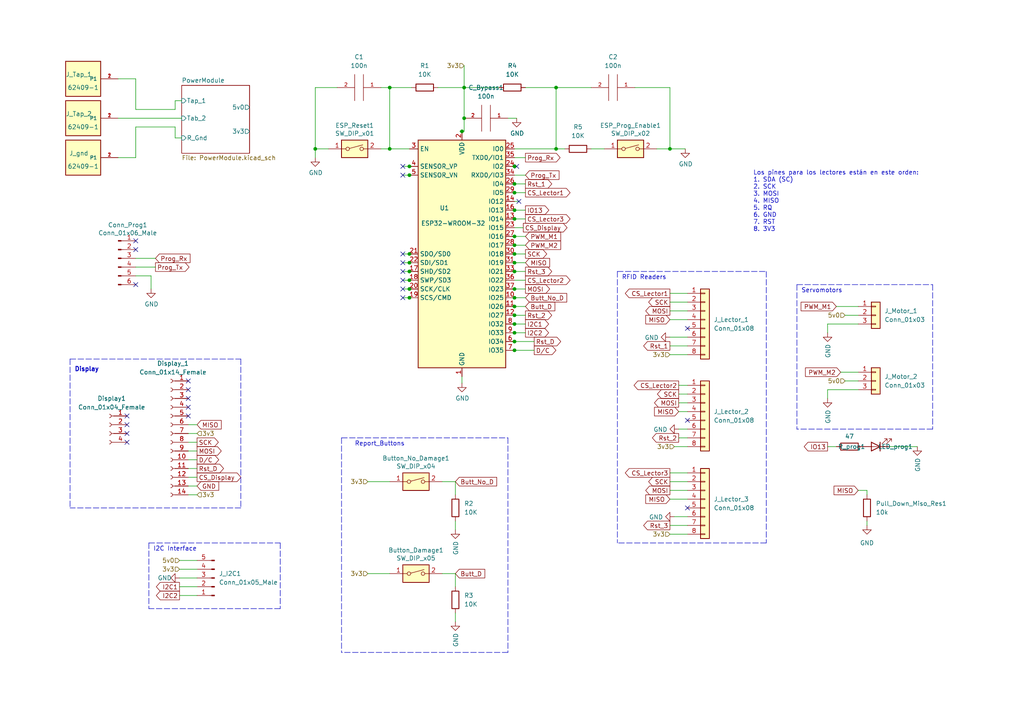
<source format=kicad_sch>
(kicad_sch (version 20211123) (generator eeschema)
  (paper "A4")
  (lib_symbols
    (symbol "Connector:Conn_01x04_Female" (pin_names (offset 1.016) hide)
      (property "Reference" "J" (at 0 5.08 0))
      (property "Value" "Conn_01x04_Female" (at 0 -7.62 0))
      (symbol "Conn_01x04_Female_1_1"
        (arc (start 0 -4.572) (mid -0.508 -5.08) (end 0 -5.588) (stroke (width 0.1524)))
        (arc (start 0 -2.032) (mid -0.508 -2.54) (end 0 -3.048) (stroke (width 0.1524)))
        (polyline (pts (xy -1.27 -5.08) (xy -0.508 -5.08)) (stroke (width 0.1524)))
        (polyline (pts (xy -1.27 -2.54) (xy -0.508 -2.54)) (stroke (width 0.1524)))
        (polyline (pts (xy -1.27 0) (xy -0.508 0)) (stroke (width 0.1524)))
        (polyline (pts (xy -1.27 2.54) (xy -0.508 2.54)) (stroke (width 0.1524)))
        (arc (start 0 0.508) (mid -0.508 0) (end 0 -0.508) (stroke (width 0.1524)))
        (arc (start 0 3.048) (mid -0.508 2.54) (end 0 2.032) (stroke (width 0.1524)))
        (pin passive line (at -5.08 2.54 0) (length 3.81) (name "Pin_1") (number "1"))
        (pin passive line (at -5.08 0 0) (length 3.81) (name "Pin_2") (number "2"))
        (pin passive line (at -5.08 -2.54 0) (length 3.81) (name "Pin_3") (number "3"))
        (pin passive line (at -5.08 -5.08 0) (length 3.81) (name "Pin_4") (number "4"))
      )
    )
    (symbol "Connector:Conn_01x05_Male" (pin_names (offset 1.016) hide)
      (property "Reference" "J" (at 0 7.62 0))
      (property "Value" "Conn_01x05_Male" (at 0 -7.62 0))
      (symbol "Conn_01x05_Male_1_1"
        (polyline (pts (xy 1.27 -5.08) (xy 0.8636 -5.08)) (stroke (width 0.1524)))
        (polyline (pts (xy 1.27 -2.54) (xy 0.8636 -2.54)) (stroke (width 0.1524)))
        (polyline (pts (xy 1.27 0) (xy 0.8636 0)) (stroke (width 0.1524)))
        (polyline (pts (xy 1.27 2.54) (xy 0.8636 2.54)) (stroke (width 0.1524)))
        (polyline (pts (xy 1.27 5.08) (xy 0.8636 5.08)) (stroke (width 0.1524)))
        (rectangle (start 0.8636 -4.953) (end 0 -5.207) (stroke (width 0.1524)) (fill (type outline)))
        (rectangle (start 0.8636 -2.413) (end 0 -2.667) (stroke (width 0.1524)) (fill (type outline)))
        (rectangle (start 0.8636 0.127) (end 0 -0.127) (stroke (width 0.1524)) (fill (type outline)))
        (rectangle (start 0.8636 2.667) (end 0 2.413) (stroke (width 0.1524)) (fill (type outline)))
        (rectangle (start 0.8636 5.207) (end 0 4.953) (stroke (width 0.1524)) (fill (type outline)))
        (pin passive line (at 5.08 5.08 180) (length 3.81) (name "Pin_1") (number "1"))
        (pin passive line (at 5.08 2.54 180) (length 3.81) (name "Pin_2") (number "2"))
        (pin passive line (at 5.08 0 180) (length 3.81) (name "Pin_3") (number "3"))
        (pin passive line (at 5.08 -2.54 180) (length 3.81) (name "Pin_4") (number "4"))
        (pin passive line (at 5.08 -5.08 180) (length 3.81) (name "Pin_5") (number "5"))
      )
    )
    (symbol "Connector:Conn_01x06_Male" (pin_names (offset 1.016) hide)
      (property "Reference" "J" (at 0 7.62 0))
      (property "Value" "Conn_01x06_Male" (at 0 -10.16 0))
      (symbol "Conn_01x06_Male_1_1"
        (polyline (pts (xy 1.27 -7.62) (xy 0.8636 -7.62)) (stroke (width 0.1524)))
        (polyline (pts (xy 1.27 -5.08) (xy 0.8636 -5.08)) (stroke (width 0.1524)))
        (polyline (pts (xy 1.27 -2.54) (xy 0.8636 -2.54)) (stroke (width 0.1524)))
        (polyline (pts (xy 1.27 0) (xy 0.8636 0)) (stroke (width 0.1524)))
        (polyline (pts (xy 1.27 2.54) (xy 0.8636 2.54)) (stroke (width 0.1524)))
        (polyline (pts (xy 1.27 5.08) (xy 0.8636 5.08)) (stroke (width 0.1524)))
        (rectangle (start 0.8636 -7.493) (end 0 -7.747) (stroke (width 0.1524)) (fill (type outline)))
        (rectangle (start 0.8636 -4.953) (end 0 -5.207) (stroke (width 0.1524)) (fill (type outline)))
        (rectangle (start 0.8636 -2.413) (end 0 -2.667) (stroke (width 0.1524)) (fill (type outline)))
        (rectangle (start 0.8636 0.127) (end 0 -0.127) (stroke (width 0.1524)) (fill (type outline)))
        (rectangle (start 0.8636 2.667) (end 0 2.413) (stroke (width 0.1524)) (fill (type outline)))
        (rectangle (start 0.8636 5.207) (end 0 4.953) (stroke (width 0.1524)) (fill (type outline)))
        (pin passive line (at 5.08 5.08 180) (length 3.81) (name "Pin_1") (number "1"))
        (pin passive line (at 5.08 2.54 180) (length 3.81) (name "Pin_2") (number "2"))
        (pin passive line (at 5.08 0 180) (length 3.81) (name "Pin_3") (number "3"))
        (pin passive line (at 5.08 -2.54 180) (length 3.81) (name "Pin_4") (number "4"))
        (pin passive line (at 5.08 -5.08 180) (length 3.81) (name "Pin_5") (number "5"))
        (pin passive line (at 5.08 -7.62 180) (length 3.81) (name "Pin_6") (number "6"))
      )
    )
    (symbol "Connector:Conn_01x14_Female" (pin_names (offset 1.016) hide)
      (property "Reference" "J" (at 0 17.78 0))
      (property "Value" "Conn_01x14_Female" (at 0 -20.32 0))
      (symbol "Conn_01x14_Female_1_1"
        (arc (start 0 -17.272) (mid -0.508 -17.78) (end 0 -18.288) (stroke (width 0.1524)))
        (arc (start 0 -14.732) (mid -0.508 -15.24) (end 0 -15.748) (stroke (width 0.1524)))
        (arc (start 0 -12.192) (mid -0.508 -12.7) (end 0 -13.208) (stroke (width 0.1524)))
        (arc (start 0 -9.652) (mid -0.508 -10.16) (end 0 -10.668) (stroke (width 0.1524)))
        (arc (start 0 -7.112) (mid -0.508 -7.62) (end 0 -8.128) (stroke (width 0.1524)))
        (arc (start 0 -4.572) (mid -0.508 -5.08) (end 0 -5.588) (stroke (width 0.1524)))
        (arc (start 0 -2.032) (mid -0.508 -2.54) (end 0 -3.048) (stroke (width 0.1524)))
        (polyline (pts (xy -1.27 -17.78) (xy -0.508 -17.78)) (stroke (width 0.1524)))
        (polyline (pts (xy -1.27 -15.24) (xy -0.508 -15.24)) (stroke (width 0.1524)))
        (polyline (pts (xy -1.27 -12.7) (xy -0.508 -12.7)) (stroke (width 0.1524)))
        (polyline (pts (xy -1.27 -10.16) (xy -0.508 -10.16)) (stroke (width 0.1524)))
        (polyline (pts (xy -1.27 -7.62) (xy -0.508 -7.62)) (stroke (width 0.1524)))
        (polyline (pts (xy -1.27 -5.08) (xy -0.508 -5.08)) (stroke (width 0.1524)))
        (polyline (pts (xy -1.27 -2.54) (xy -0.508 -2.54)) (stroke (width 0.1524)))
        (polyline (pts (xy -1.27 0) (xy -0.508 0)) (stroke (width 0.1524)))
        (polyline (pts (xy -1.27 2.54) (xy -0.508 2.54)) (stroke (width 0.1524)))
        (polyline (pts (xy -1.27 5.08) (xy -0.508 5.08)) (stroke (width 0.1524)))
        (polyline (pts (xy -1.27 7.62) (xy -0.508 7.62)) (stroke (width 0.1524)))
        (polyline (pts (xy -1.27 10.16) (xy -0.508 10.16)) (stroke (width 0.1524)))
        (polyline (pts (xy -1.27 12.7) (xy -0.508 12.7)) (stroke (width 0.1524)))
        (polyline (pts (xy -1.27 15.24) (xy -0.508 15.24)) (stroke (width 0.1524)))
        (arc (start 0 0.508) (mid -0.508 0) (end 0 -0.508) (stroke (width 0.1524)))
        (arc (start 0 3.048) (mid -0.508 2.54) (end 0 2.032) (stroke (width 0.1524)))
        (arc (start 0 5.588) (mid -0.508 5.08) (end 0 4.572) (stroke (width 0.1524)))
        (arc (start 0 8.128) (mid -0.508 7.62) (end 0 7.112) (stroke (width 0.1524)))
        (arc (start 0 10.668) (mid -0.508 10.16) (end 0 9.652) (stroke (width 0.1524)))
        (arc (start 0 13.208) (mid -0.508 12.7) (end 0 12.192) (stroke (width 0.1524)))
        (arc (start 0 15.748) (mid -0.508 15.24) (end 0 14.732) (stroke (width 0.1524)))
        (pin passive line (at -5.08 15.24 0) (length 3.81) (name "Pin_1") (number "1"))
        (pin passive line (at -5.08 -7.62 0) (length 3.81) (name "Pin_10") (number "10"))
        (pin passive line (at -5.08 -10.16 0) (length 3.81) (name "Pin_11") (number "11"))
        (pin passive line (at -5.08 -12.7 0) (length 3.81) (name "Pin_12") (number "12"))
        (pin passive line (at -5.08 -15.24 0) (length 3.81) (name "Pin_13") (number "13"))
        (pin passive line (at -5.08 -17.78 0) (length 3.81) (name "Pin_14") (number "14"))
        (pin passive line (at -5.08 12.7 0) (length 3.81) (name "Pin_2") (number "2"))
        (pin passive line (at -5.08 10.16 0) (length 3.81) (name "Pin_3") (number "3"))
        (pin passive line (at -5.08 7.62 0) (length 3.81) (name "Pin_4") (number "4"))
        (pin passive line (at -5.08 5.08 0) (length 3.81) (name "Pin_5") (number "5"))
        (pin passive line (at -5.08 2.54 0) (length 3.81) (name "Pin_6") (number "6"))
        (pin passive line (at -5.08 0 0) (length 3.81) (name "Pin_7") (number "7"))
        (pin passive line (at -5.08 -2.54 0) (length 3.81) (name "Pin_8") (number "8"))
        (pin passive line (at -5.08 -5.08 0) (length 3.81) (name "Pin_9") (number "9"))
      )
    )
    (symbol "Connector_Faston:62409-1" (pin_names (offset 1.016))
      (property "Reference" "J" (at -5.08 5.08 0))
      (property "Value" "62409-1" (at -5.08 -7.62 0))
      (symbol "62409-1_0_0"
        (rectangle (start -5.08 -5.08) (end 5.08 5.08) (stroke (width 0.254)) (fill (type background)))
        (pin passive line (at -10.16 0 0) (length 5.08) (name "P1") (number "1"))
        (pin passive line (at -10.16 0 0) (length 5.08) (name "P1") (number "2"))
      )
    )
    (symbol "Connector_Generic:Conn_01x03" (pin_names (offset 1.016) hide)
      (property "Reference" "J" (at 0 5.08 0))
      (property "Value" "Conn_01x03" (at 0 -5.08 0))
      (symbol "Conn_01x03_1_1"
        (rectangle (start -1.27 -2.413) (end 0 -2.667) (stroke (width 0.1524)))
        (rectangle (start -1.27 0.127) (end 0 -0.127) (stroke (width 0.1524)))
        (rectangle (start -1.27 2.667) (end 0 2.413) (stroke (width 0.1524)))
        (rectangle (start -1.27 3.81) (end 1.27 -3.81) (stroke (width 0.254)) (fill (type background)))
        (pin passive line (at -5.08 2.54 0) (length 3.81) (name "Pin_1") (number "1"))
        (pin passive line (at -5.08 0 0) (length 3.81) (name "Pin_2") (number "2"))
        (pin passive line (at -5.08 -2.54 0) (length 3.81) (name "Pin_3") (number "3"))
      )
    )
    (symbol "Connector_Generic:Conn_01x08" (pin_names (offset 1.016) hide)
      (property "Reference" "J" (at 0 10.16 0))
      (property "Value" "Conn_01x08" (at 0 -12.7 0))
      (symbol "Conn_01x08_1_1"
        (rectangle (start -1.27 -10.033) (end 0 -10.287) (stroke (width 0.1524)))
        (rectangle (start -1.27 -7.493) (end 0 -7.747) (stroke (width 0.1524)))
        (rectangle (start -1.27 -4.953) (end 0 -5.207) (stroke (width 0.1524)))
        (rectangle (start -1.27 -2.413) (end 0 -2.667) (stroke (width 0.1524)))
        (rectangle (start -1.27 0.127) (end 0 -0.127) (stroke (width 0.1524)))
        (rectangle (start -1.27 2.667) (end 0 2.413) (stroke (width 0.1524)))
        (rectangle (start -1.27 5.207) (end 0 4.953) (stroke (width 0.1524)))
        (rectangle (start -1.27 7.747) (end 0 7.493) (stroke (width 0.1524)))
        (rectangle (start -1.27 8.89) (end 1.27 -11.43) (stroke (width 0.254)) (fill (type background)))
        (pin passive line (at -5.08 7.62 0) (length 3.81) (name "Pin_1") (number "1"))
        (pin passive line (at -5.08 5.08 0) (length 3.81) (name "Pin_2") (number "2"))
        (pin passive line (at -5.08 2.54 0) (length 3.81) (name "Pin_3") (number "3"))
        (pin passive line (at -5.08 0 0) (length 3.81) (name "Pin_4") (number "4"))
        (pin passive line (at -5.08 -2.54 0) (length 3.81) (name "Pin_5") (number "5"))
        (pin passive line (at -5.08 -5.08 0) (length 3.81) (name "Pin_6") (number "6"))
        (pin passive line (at -5.08 -7.62 0) (length 3.81) (name "Pin_7") (number "7"))
        (pin passive line (at -5.08 -10.16 0) (length 3.81) (name "Pin_8") (number "8"))
      )
    )
    (symbol "Device:LED" (pin_numbers hide) (pin_names (offset 1.016) hide)
      (property "Reference" "D" (at 0 2.54 0))
      (property "Value" "LED" (at 0 -2.54 0))
      (symbol "LED_0_1"
        (polyline (pts (xy -1.27 -1.27) (xy -1.27 1.27)) (stroke (width 0.254)))
        (polyline (pts (xy -1.27 0) (xy 1.27 0)))
        (polyline (pts (xy 1.27 -1.27) (xy 1.27 1.27) (xy -1.27 0) (xy 1.27 -1.27)) (stroke (width 0.254)))
        (polyline (pts (xy -3.048 -0.762) (xy -4.572 -2.286) (xy -3.81 -2.286) (xy -4.572 -2.286) (xy -4.572 -1.524)))
        (polyline (pts (xy -1.778 -0.762) (xy -3.302 -2.286) (xy -2.54 -2.286) (xy -3.302 -2.286) (xy -3.302 -1.524)))
      )
      (symbol "LED_1_1"
        (pin passive line (at -3.81 0 0) (length 2.54) (name "K") (number "1"))
        (pin passive line (at 3.81 0 180) (length 2.54) (name "A") (number "2"))
      )
    )
    (symbol "Device:R" (pin_numbers hide) (pin_names (offset 0))
      (property "Reference" "R" (at 2.032 0 90))
      (property "Value" "R" (at 0 0 90))
      (symbol "R_0_1"
        (rectangle (start -1.016 -2.54) (end 1.016 2.54) (stroke (width 0.254)))
      )
      (symbol "R_1_1"
        (pin passive line (at 0 3.81 270) (length 1.27) (name "~") (number "1"))
        (pin passive line (at 0 -3.81 90) (length 1.27) (name "~") (number "2"))
      )
    )
    (symbol "RF_Module:ESP32-WROOM-32"
      (property "Reference" "U" (at -12.7 34.29 0))
      (property "Value" "ESP32-WROOM-32" (at 1.27 34.29 0))
      (symbol "ESP32-WROOM-32_0_1"
        (rectangle (start -12.7 33.02) (end 12.7 -33.02) (stroke (width 0.254)) (fill (type background)))
      )
      (symbol "ESP32-WROOM-32_1_1"
        (pin power_in line (at 0 -35.56 90) (length 2.54) (name "GND") (number "1"))
        (pin bidirectional line (at 15.24 -12.7 180) (length 2.54) (name "IO25") (number "10"))
        (pin bidirectional line (at 15.24 -15.24 180) (length 2.54) (name "IO26") (number "11"))
        (pin bidirectional line (at 15.24 -17.78 180) (length 2.54) (name "IO27") (number "12"))
        (pin bidirectional line (at 15.24 10.16 180) (length 2.54) (name "IO14") (number "13"))
        (pin bidirectional line (at 15.24 15.24 180) (length 2.54) (name "IO12") (number "14"))
        (pin passive line (at 0 -35.56 90) (length 2.54) hide (name "GND") (number "15"))
        (pin bidirectional line (at 15.24 12.7 180) (length 2.54) (name "IO13") (number "16"))
        (pin bidirectional line (at -15.24 -5.08 0) (length 2.54) (name "SHD/SD2") (number "17"))
        (pin bidirectional line (at -15.24 -7.62 0) (length 2.54) (name "SWP/SD3") (number "18"))
        (pin bidirectional line (at -15.24 -12.7 0) (length 2.54) (name "SCS/CMD") (number "19"))
        (pin power_in line (at 0 35.56 270) (length 2.54) (name "VDD") (number "2"))
        (pin bidirectional line (at -15.24 -10.16 0) (length 2.54) (name "SCK/CLK") (number "20"))
        (pin bidirectional line (at -15.24 0 0) (length 2.54) (name "SDO/SD0") (number "21"))
        (pin bidirectional line (at -15.24 -2.54 0) (length 2.54) (name "SDI/SD1") (number "22"))
        (pin bidirectional line (at 15.24 7.62 180) (length 2.54) (name "IO15") (number "23"))
        (pin bidirectional line (at 15.24 25.4 180) (length 2.54) (name "IO2") (number "24"))
        (pin bidirectional line (at 15.24 30.48 180) (length 2.54) (name "IO0") (number "25"))
        (pin bidirectional line (at 15.24 20.32 180) (length 2.54) (name "IO4") (number "26"))
        (pin bidirectional line (at 15.24 5.08 180) (length 2.54) (name "IO16") (number "27"))
        (pin bidirectional line (at 15.24 2.54 180) (length 2.54) (name "IO17") (number "28"))
        (pin bidirectional line (at 15.24 17.78 180) (length 2.54) (name "IO5") (number "29"))
        (pin input line (at -15.24 30.48 0) (length 2.54) (name "EN") (number "3"))
        (pin bidirectional line (at 15.24 0 180) (length 2.54) (name "IO18") (number "30"))
        (pin bidirectional line (at 15.24 -2.54 180) (length 2.54) (name "IO19") (number "31"))
        (pin no_connect line (at -12.7 -27.94 0) (length 2.54) hide (name "NC") (number "32"))
        (pin bidirectional line (at 15.24 -5.08 180) (length 2.54) (name "IO21") (number "33"))
        (pin bidirectional line (at 15.24 22.86 180) (length 2.54) (name "RXD0/IO3") (number "34"))
        (pin bidirectional line (at 15.24 27.94 180) (length 2.54) (name "TXD0/IO1") (number "35"))
        (pin bidirectional line (at 15.24 -7.62 180) (length 2.54) (name "IO22") (number "36"))
        (pin bidirectional line (at 15.24 -10.16 180) (length 2.54) (name "IO23") (number "37"))
        (pin passive line (at 0 -35.56 90) (length 2.54) hide (name "GND") (number "38"))
        (pin passive line (at 0 -35.56 90) (length 2.54) hide (name "GND") (number "39"))
        (pin input line (at -15.24 25.4 0) (length 2.54) (name "SENSOR_VP") (number "4"))
        (pin input line (at -15.24 22.86 0) (length 2.54) (name "SENSOR_VN") (number "5"))
        (pin input line (at 15.24 -25.4 180) (length 2.54) (name "IO34") (number "6"))
        (pin input line (at 15.24 -27.94 180) (length 2.54) (name "IO35") (number "7"))
        (pin bidirectional line (at 15.24 -20.32 180) (length 2.54) (name "IO32") (number "8"))
        (pin bidirectional line (at 15.24 -22.86 180) (length 2.54) (name "IO33") (number "9"))
      )
    )
    (symbol "Switch:SW_DIP_x01" (pin_names (offset 0) hide)
      (property "Reference" "SW" (at 0 3.81 0))
      (property "Value" "SW_DIP_x01" (at 0 -3.81 0))
      (symbol "SW_DIP_x01_0_0"
        (circle (center -2.032 0) (radius 0.508))
        (polyline (pts (xy -1.524 0.127) (xy 2.3622 1.1684)))
        (circle (center 2.032 0) (radius 0.508))
      )
      (symbol "SW_DIP_x01_0_1"
        (rectangle (start -3.81 2.54) (end 3.81 -2.54) (stroke (width 0.254)) (fill (type background)))
      )
      (symbol "SW_DIP_x01_1_1"
        (pin passive line (at -7.62 0 0) (length 5.08) (name "~") (number "1"))
        (pin passive line (at 7.62 0 180) (length 5.08) (name "~") (number "2"))
      )
    )
    (symbol "power:GND" (power) (pin_names (offset 0))
      (property "Value" "GND" (at 0 -3.81 0))
      (symbol "GND_0_1"
        (polyline (pts (xy 0 0) (xy 0 -1.27) (xy 1.27 -1.27) (xy 0 -2.54) (xy -1.27 -1.27) (xy 0 -1.27)))
      )
      (symbol "GND_1_1"
        (pin power_in line (at 0 0 270) (length 0) hide (name "GND") (number "1"))
      )
    )
    (symbol "pspice:CAP" (pin_names (offset 0.254))
      (property "Reference" "C" (at 2.54 3.81 90))
      (property "Value" "CAP" (at 2.54 -3.81 90))
      (symbol "CAP_0_1"
        (polyline (pts (xy -3.81 -1.27) (xy 3.81 -1.27)))
        (polyline (pts (xy -3.81 1.27) (xy 3.81 1.27)))
      )
      (symbol "CAP_1_1"
        (pin passive line (at 0 6.35 270) (length 5.08) (name "~") (number "1"))
        (pin passive line (at 0 -6.35 90) (length 5.08) (name "~") (number "2"))
      )
    )
  )
  (junction (at 118.745 86.36))
  (junction (at 134.62 34.29))
  (junction (at 149.225 76.2))
  (junction (at 133.985 38.1))
  (junction (at 149.225 96.52))
  (junction (at 149.225 68.58))
  (junction (at 134.62 25.4))
  (junction (at 149.225 71.12))
  (junction (at 118.745 50.8))
  (junction (at 149.225 83.82))
  (junction (at 149.225 60.96))
  (junction (at 149.225 53.34))
  (junction (at 149.225 93.98))
  (junction (at 118.745 73.66))
  (junction (at 149.225 101.6))
  (junction (at 149.225 99.06))
  (junction (at 149.225 78.74))
  (junction (at 161.29 25.4))
  (junction (at 161.29 43.18))
  (junction (at 194.31 43.18))
  (junction (at 118.745 78.74))
  (junction (at 149.225 48.26))
  (junction (at 149.225 86.36))
  (junction (at 149.225 73.66))
  (junction (at 149.225 91.44))
  (junction (at 118.745 48.26))
  (junction (at 149.225 55.88))
  (junction (at 91.44 43.18))
  (junction (at 118.745 76.2))
  (junction (at 113.03 25.4))
  (junction (at 149.225 88.9))
  (junction (at 113.03 43.18))
  (junction (at 149.225 63.5))
  (junction (at 118.745 81.28))
  (junction (at 118.745 83.82))
  (no_connect (at 116.84 48.26))
  (no_connect (at 39.37 69.85))
  (no_connect (at 54.61 118.11))
  (no_connect (at 54.61 113.03))
  (no_connect (at 199.39 147.32))
  (no_connect (at 36.83 123.19))
  (no_connect (at 116.84 81.28))
  (no_connect (at 199.39 121.92))
  (no_connect (at 116.84 76.2))
  (no_connect (at 36.83 120.65))
  (no_connect (at 149.86 48.26))
  (no_connect (at 116.84 86.36))
  (no_connect (at 54.61 120.65))
  (no_connect (at 150.495 58.42))
  (no_connect (at 116.84 50.8))
  (no_connect (at 39.37 82.55))
  (no_connect (at 54.61 110.49))
  (no_connect (at 36.83 128.27))
  (no_connect (at 36.83 125.73))
  (no_connect (at 54.61 115.57))
  (no_connect (at 199.39 95.25))
  (no_connect (at 39.37 72.39))
  (no_connect (at 116.84 78.74))
  (no_connect (at 116.84 73.66))
  (no_connect (at 116.84 83.82))
  (wire (pts (xy 50.8 36.83) (xy 50.8 40.005)))
  (wire (pts (xy 194.31 144.78) (xy 199.39 144.78)))
  (wire (pts (xy 116.84 83.82) (xy 118.745 83.82)))
  (polyline (pts (xy 81.28 157.48) (xy 81.28 176.53)))
  (wire (pts (xy 149.225 48.26) (xy 149.86 48.26)))
  (polyline (pts (xy 20.32 104.14) (xy 20.32 147.32)))
  (wire (pts (xy 116.84 50.8) (xy 118.745 50.8)))
  (wire (pts (xy 149.225 96.52) (xy 152.4 96.52)))
  (wire (pts (xy 133.985 38.1) (xy 134.62 38.1)))
  (wire (pts (xy 134.62 25.4) (xy 144.78 25.4)))
  (wire (pts (xy 194.31 97.79) (xy 199.39 97.79)))
  (wire (pts (xy 251.46 142.24) (xy 251.46 143.51)))
  (wire (pts (xy 116.84 86.36) (xy 118.745 86.36)))
  (wire (pts (xy 245.11 91.44) (xy 248.92 91.44)))
  (polyline (pts (xy 69.85 104.14) (xy 69.85 147.32)))
  (wire (pts (xy 97.79 25.4) (xy 91.44 25.4)))
  (polyline (pts (xy 231.14 82.55) (xy 270.51 82.55)))
  (wire (pts (xy 54.61 133.35) (xy 57.15 133.35)))
  (polyline (pts (xy 20.32 104.14) (xy 69.85 104.14)))
  (wire (pts (xy 132.08 139.7) (xy 132.08 143.51)))
  (wire (pts (xy 161.29 25.4) (xy 171.45 25.4)))
  (wire (pts (xy 242.57 88.9) (xy 248.92 88.9)))
  (wire (pts (xy 149.225 91.44) (xy 152.4 91.44)))
  (polyline (pts (xy 270.51 82.55) (xy 270.51 124.46)))
  (wire (pts (xy 118.745 73.66) (xy 119.38 73.66)))
  (wire (pts (xy 194.31 90.17) (xy 199.39 90.17)))
  (wire (pts (xy 195.58 129.54) (xy 199.39 129.54)))
  (wire (pts (xy 45.085 77.47) (xy 39.37 77.47)))
  (wire (pts (xy 133.35 38.1) (xy 133.985 38.1)))
  (wire (pts (xy 34.29 45.72) (xy 39.37 45.72)))
  (wire (pts (xy 34.29 22.86) (xy 39.37 22.86)))
  (wire (pts (xy 149.225 60.96) (xy 152.4 60.96)))
  (wire (pts (xy 243.84 107.95) (xy 248.92 107.95)))
  (wire (pts (xy 149.225 81.28) (xy 152.4 81.28)))
  (wire (pts (xy 149.225 73.66) (xy 152.4 73.66)))
  (wire (pts (xy 245.11 110.49) (xy 248.92 110.49)))
  (wire (pts (xy 149.225 68.58) (xy 152.4 68.58)))
  (wire (pts (xy 132.08 177.8) (xy 132.08 180.34)))
  (wire (pts (xy 161.29 43.18) (xy 163.83 43.18)))
  (wire (pts (xy 147.32 34.29) (xy 149.86 34.29)))
  (wire (pts (xy 199.39 100.33) (xy 194.31 100.33)))
  (wire (pts (xy 152.4 45.72) (xy 149.225 45.72)))
  (wire (pts (xy 118.745 76.2) (xy 119.38 76.2)))
  (wire (pts (xy 39.37 36.83) (xy 39.37 45.72)))
  (wire (pts (xy 149.225 88.9) (xy 152.4 88.9)))
  (wire (pts (xy 196.85 119.38) (xy 199.39 119.38)))
  (wire (pts (xy 194.31 102.87) (xy 199.39 102.87)))
  (wire (pts (xy 196.85 114.3) (xy 199.39 114.3)))
  (wire (pts (xy 149.225 83.82) (xy 152.4 83.82)))
  (wire (pts (xy 50.8 29.21) (xy 52.705 29.21)))
  (wire (pts (xy 149.225 99.06) (xy 154.94 99.06)))
  (wire (pts (xy 148.59 86.36) (xy 149.225 86.36)))
  (wire (pts (xy 133.985 111.125) (xy 133.985 109.22)))
  (wire (pts (xy 91.44 43.18) (xy 95.25 43.18)))
  (wire (pts (xy 110.49 25.4) (xy 113.03 25.4)))
  (wire (pts (xy 91.44 25.4) (xy 91.44 43.18)))
  (wire (pts (xy 240.03 113.03) (xy 240.03 115.57)))
  (wire (pts (xy 43.815 80.01) (xy 39.37 80.01)))
  (wire (pts (xy 148.59 99.06) (xy 149.225 99.06)))
  (wire (pts (xy 240.03 93.98) (xy 240.03 96.52)))
  (wire (pts (xy 149.225 58.42) (xy 150.495 58.42)))
  (polyline (pts (xy 147.32 127) (xy 147.32 189.23)))
  (polyline (pts (xy 179.07 78.74) (xy 179.07 157.48)))
  (wire (pts (xy 52.07 165.1) (xy 57.15 165.1)))
  (wire (pts (xy 113.03 25.4) (xy 113.03 43.18)))
  (wire (pts (xy 194.31 152.4) (xy 199.39 152.4)))
  (wire (pts (xy 116.84 48.26) (xy 118.745 48.26)))
  (wire (pts (xy 149.225 43.18) (xy 161.29 43.18)))
  (wire (pts (xy 152.4 50.8) (xy 149.225 50.8)))
  (wire (pts (xy 240.03 129.54) (xy 242.57 129.54)))
  (wire (pts (xy 54.61 143.51) (xy 57.15 143.51)))
  (wire (pts (xy 248.92 93.98) (xy 240.03 93.98)))
  (wire (pts (xy 148.59 55.88) (xy 149.225 55.88)))
  (polyline (pts (xy 270.51 124.46) (xy 231.14 124.46)))
  (wire (pts (xy 118.745 48.26) (xy 119.38 48.26)))
  (wire (pts (xy 196.85 116.84) (xy 199.39 116.84)))
  (polyline (pts (xy 222.25 157.48) (xy 179.07 157.48)))
  (polyline (pts (xy 99.06 127) (xy 99.06 189.23)))
  (polyline (pts (xy 99.06 127) (xy 147.32 127)))
  (polyline (pts (xy 43.18 157.48) (xy 43.18 176.53)))
  (wire (pts (xy 194.31 85.09) (xy 199.39 85.09)))
  (wire (pts (xy 54.61 128.27) (xy 57.15 128.27)))
  (wire (pts (xy 152.4 25.4) (xy 161.29 25.4)))
  (wire (pts (xy 149.225 93.98) (xy 152.4 93.98)))
  (wire (pts (xy 118.745 50.8) (xy 119.38 50.8)))
  (wire (pts (xy 57.15 123.19) (xy 54.61 123.19)))
  (wire (pts (xy 118.745 86.36) (xy 119.38 86.36)))
  (polyline (pts (xy 69.85 147.32) (xy 20.32 147.32)))
  (wire (pts (xy 196.85 127) (xy 199.39 127)))
  (wire (pts (xy 194.31 137.16) (xy 199.39 137.16)))
  (wire (pts (xy 52.07 172.72) (xy 57.15 172.72)))
  (wire (pts (xy 148.59 48.26) (xy 149.225 48.26)))
  (wire (pts (xy 54.61 130.81) (xy 57.15 130.81)))
  (wire (pts (xy 110.49 43.18) (xy 113.03 43.18)))
  (wire (pts (xy 54.61 140.97) (xy 57.15 140.97)))
  (wire (pts (xy 196.85 111.76) (xy 199.39 111.76)))
  (wire (pts (xy 149.225 76.2) (xy 152.4 76.2)))
  (wire (pts (xy 194.31 43.18) (xy 198.755 43.18)))
  (wire (pts (xy 149.225 55.88) (xy 152.4 55.88)))
  (wire (pts (xy 116.84 76.2) (xy 118.745 76.2)))
  (wire (pts (xy 39.37 22.86) (xy 39.37 31.75)))
  (wire (pts (xy 248.92 142.24) (xy 251.46 142.24)))
  (polyline (pts (xy 43.18 157.48) (xy 81.28 157.48)))
  (wire (pts (xy 148.59 78.74) (xy 149.225 78.74)))
  (wire (pts (xy 128.27 166.37) (xy 132.08 166.37)))
  (wire (pts (xy 194.31 154.94) (xy 199.39 154.94)))
  (wire (pts (xy 148.59 53.34) (xy 149.225 53.34)))
  (wire (pts (xy 148.59 93.98) (xy 149.225 93.98)))
  (wire (pts (xy 50.8 31.75) (xy 50.8 29.21)))
  (wire (pts (xy 148.59 101.6) (xy 149.225 101.6)))
  (wire (pts (xy 194.31 87.63) (xy 199.39 87.63)))
  (wire (pts (xy 50.8 40.005) (xy 52.705 40.005)))
  (wire (pts (xy 148.59 68.58) (xy 149.225 68.58)))
  (wire (pts (xy 149.225 86.36) (xy 152.4 86.36)))
  (wire (pts (xy 134.62 19.05) (xy 134.62 25.4)))
  (wire (pts (xy 106.68 166.37) (xy 113.03 166.37)))
  (wire (pts (xy 43.815 83.82) (xy 43.815 80.01)))
  (wire (pts (xy 257.81 129.54) (xy 266.065 129.54)))
  (wire (pts (xy 118.745 81.28) (xy 119.38 81.28)))
  (wire (pts (xy 148.59 88.9) (xy 149.225 88.9)))
  (wire (pts (xy 45.085 74.93) (xy 39.37 74.93)))
  (wire (pts (xy 148.59 71.12) (xy 149.225 71.12)))
  (wire (pts (xy 196.85 124.46) (xy 199.39 124.46)))
  (wire (pts (xy 128.27 139.7) (xy 132.08 139.7)))
  (wire (pts (xy 148.59 96.52) (xy 149.225 96.52)))
  (wire (pts (xy 113.03 43.18) (xy 118.745 43.18)))
  (wire (pts (xy 39.37 31.75) (xy 50.8 31.75)))
  (wire (pts (xy 148.59 91.44) (xy 149.225 91.44)))
  (wire (pts (xy 134.62 34.29) (xy 134.62 38.1)))
  (wire (pts (xy 184.15 25.4) (xy 194.31 25.4)))
  (wire (pts (xy 148.59 60.96) (xy 149.225 60.96)))
  (wire (pts (xy 248.92 113.03) (xy 240.03 113.03)))
  (polyline (pts (xy 231.14 82.55) (xy 231.14 124.46)))
  (wire (pts (xy 91.44 43.18) (xy 91.44 45.72)))
  (wire (pts (xy 148.59 73.66) (xy 149.225 73.66)))
  (wire (pts (xy 54.61 135.89) (xy 57.15 135.89)))
  (wire (pts (xy 171.45 43.18) (xy 175.26 43.18)))
  (wire (pts (xy 118.745 83.82) (xy 119.38 83.82)))
  (polyline (pts (xy 222.25 78.74) (xy 222.25 157.48)))
  (polyline (pts (xy 179.07 78.74) (xy 222.25 78.74)))
  (wire (pts (xy 149.225 71.12) (xy 152.4 71.12)))
  (wire (pts (xy 116.84 81.28) (xy 118.745 81.28)))
  (wire (pts (xy 54.61 138.43) (xy 57.15 138.43)))
  (wire (pts (xy 106.68 139.7) (xy 113.03 139.7)))
  (wire (pts (xy 194.31 92.71) (xy 199.39 92.71)))
  (wire (pts (xy 190.5 43.18) (xy 194.31 43.18)))
  (wire (pts (xy 195.58 149.86) (xy 199.39 149.86)))
  (wire (pts (xy 194.31 25.4) (xy 194.31 43.18)))
  (wire (pts (xy 149.225 63.5) (xy 152.4 63.5)))
  (wire (pts (xy 132.08 151.13) (xy 132.08 153.67)))
  (polyline (pts (xy 81.28 176.53) (xy 43.18 176.53)))
  (wire (pts (xy 132.08 166.37) (xy 132.08 170.18)))
  (wire (pts (xy 118.745 78.74) (xy 119.38 78.74)))
  (wire (pts (xy 194.31 142.24) (xy 199.39 142.24)))
  (wire (pts (xy 194.31 139.7) (xy 199.39 139.7)))
  (wire (pts (xy 116.84 78.74) (xy 118.745 78.74)))
  (wire (pts (xy 151.765 66.04) (xy 149.225 66.04)))
  (wire (pts (xy 149.225 78.74) (xy 152.4 78.74)))
  (wire (pts (xy 113.03 25.4) (xy 119.38 25.4)))
  (wire (pts (xy 148.59 83.82) (xy 149.225 83.82)))
  (wire (pts (xy 148.59 76.2) (xy 149.225 76.2)))
  (wire (pts (xy 116.84 73.66) (xy 118.745 73.66)))
  (wire (pts (xy 52.07 162.56) (xy 57.15 162.56)))
  (wire (pts (xy 161.29 25.4) (xy 161.29 43.18)))
  (wire (pts (xy 34.29 34.29) (xy 52.705 34.29)))
  (wire (pts (xy 251.46 152.4) (xy 251.46 151.13)))
  (polyline (pts (xy 147.32 189.23) (xy 99.06 189.23)))
  (wire (pts (xy 149.225 53.34) (xy 152.4 53.34)))
  (wire (pts (xy 54.61 125.73) (xy 57.15 125.73)))
  (wire (pts (xy 134.62 25.4) (xy 134.62 34.29)))
  (wire (pts (xy 52.07 170.18) (xy 57.15 170.18)))
  (wire (pts (xy 127 25.4) (xy 134.62 25.4)))
  (wire (pts (xy 52.07 167.64) (xy 57.15 167.64)))
  (wire (pts (xy 148.59 63.5) (xy 149.225 63.5)))
  (wire (pts (xy 39.37 36.83) (xy 50.8 36.83)))
  (wire (pts (xy 149.225 101.6) (xy 154.94 101.6)))
  (text "I2C Interface\n" (at 44.45 160.02 0) (effects (font (size 1.27 1.27)) (justify left bottom)))
  (text "Report_Buttons\n" (at 102.87 129.54 0) (effects (font (size 1.27 1.27)) (justify left bottom)))
  (text "Los pines para los lectores están en este orden:\n1. SDA (SC)\n2. SCK\n3. MOSI\n4. MISO\n5. RQ\n6. GND\n7. RST\n8. 3V3\n" (at 218.44 67.31 0) (effects (font (size 1.27 1.27)) (justify left bottom)))
  (text "Servomotors\n" (at 232.41 85.09 0) (effects (font (size 1.27 1.27)) (justify left bottom)))
  (text "Display" (at 21.59 107.95 0) (effects (font (size 1.27 1.27) (thickness 0.254) bold) (justify left bottom)))
  (text "RFID Readers\n" (at 180.34 81.28 0) (effects (font (size 1.27 1.27)) (justify left bottom)))
  (global_label "D{slash}C" (shape output) (at 154.94 101.6 0) (property "Intersheet References" "${INTERSHEET_REFS}" (effects hide)))
  (global_label "CS_Lector1" (shape output) (at 152.4 55.88 0) (property "Intersheet References" "${INTERSHEET_REFS}" (effects hide)))
  (global_label "PWM_M1" (shape input) (at 242.57 88.9 180) (property "Intersheet References" "${INTERSHEET_REFS}" (effects hide)))
  (global_label "PWM_M2" (shape input) (at 152.4 71.12 0) (property "Intersheet References" "${INTERSHEET_REFS}" (effects hide)))
  (global_label "PWM_M1" (shape input) (at 152.4 68.58 0) (property "Intersheet References" "${INTERSHEET_REFS}" (effects hide)))
  (global_label "I2C2" (shape output) (at 52.07 172.72 180) (property "Intersheet References" "${INTERSHEET_REFS}" (effects hide)))
  (global_label "Butt_D" (shape input) (at 152.4 88.9 0) (property "Intersheet References" "${INTERSHEET_REFS}" (effects hide)))
  (global_label "CS_Lector3" (shape output) (at 194.31 137.16 180) (property "Intersheet References" "${INTERSHEET_REFS}" (effects hide)))
  (global_label "GND" (shape input) (at 57.15 140.97 0) (property "Intersheet References" "${INTERSHEET_REFS}" (effects hide)))
  (global_label "Butt_No_D" (shape input) (at 132.08 139.7 0) (property "Intersheet References" "${INTERSHEET_REFS}" (effects hide)))
  (global_label "Rst_D" (shape output) (at 154.94 99.06 0) (property "Intersheet References" "${INTERSHEET_REFS}" (effects hide)))
  (global_label "Rst_3" (shape output) (at 152.4 78.74 0) (property "Intersheet References" "${INTERSHEET_REFS}" (effects hide)))
  (global_label "MOSI" (shape output) (at 196.85 116.84 180) (property "Intersheet References" "${INTERSHEET_REFS}" (effects hide)))
  (global_label "MOSI" (shape output) (at 194.31 90.17 180) (property "Intersheet References" "${INTERSHEET_REFS}" (effects hide)))
  (global_label "CS_Lector2" (shape output) (at 152.4 81.28 0) (property "Intersheet References" "${INTERSHEET_REFS}" (effects hide)))
  (global_label "MOSI" (shape output) (at 194.31 142.24 180) (property "Intersheet References" "${INTERSHEET_REFS}" (effects hide)))
  (global_label "Butt_No_D" (shape input) (at 152.4 86.36 0) (property "Intersheet References" "${INTERSHEET_REFS}" (effects hide)))
  (global_label "PWM_M2" (shape input) (at 243.84 107.95 180) (property "Intersheet References" "${INTERSHEET_REFS}" (effects hide)))
  (global_label "CS_Display" (shape output) (at 151.765 66.04 0) (property "Intersheet References" "${INTERSHEET_REFS}" (effects hide)))
  (global_label "MISO" (shape input) (at 152.4 76.2 0) (property "Intersheet References" "${INTERSHEET_REFS}" (effects hide)))
  (global_label "Rst_2" (shape output) (at 152.4 91.44 0) (property "Intersheet References" "${INTERSHEET_REFS}" (effects hide)))
  (global_label "IO13" (shape output) (at 240.03 129.54 180) (property "Intersheet References" "${INTERSHEET_REFS}" (effects hide)))
  (global_label "CS_Lector2" (shape output) (at 196.85 111.76 180) (property "Intersheet References" "${INTERSHEET_REFS}" (effects hide)))
  (global_label "Rst_3" (shape output) (at 194.31 152.4 180) (property "Intersheet References" "${INTERSHEET_REFS}" (effects hide)))
  (global_label "SCK" (shape output) (at 194.31 139.7 180) (property "Intersheet References" "${INTERSHEET_REFS}" (effects hide)))
  (global_label "SCK" (shape output) (at 196.85 114.3 180) (property "Intersheet References" "${INTERSHEET_REFS}" (effects hide)))
  (global_label "MOSI" (shape output) (at 152.4 83.82 0) (property "Intersheet References" "${INTERSHEET_REFS}" (effects hide)))
  (global_label "MOSI" (shape output) (at 57.15 130.81 0) (property "Intersheet References" "${INTERSHEET_REFS}" (effects hide)))
  (global_label "MISO" (shape input) (at 248.92 142.24 180) (property "Intersheet References" "${INTERSHEET_REFS}" (effects hide)))
  (global_label "Butt_D" (shape input) (at 132.08 166.37 0) (property "Intersheet References" "${INTERSHEET_REFS}" (effects hide)))
  (global_label "MISO" (shape input) (at 194.31 144.78 180) (property "Intersheet References" "${INTERSHEET_REFS}" (effects hide)))
  (global_label "Rst_1" (shape output) (at 194.31 100.33 180) (property "Intersheet References" "${INTERSHEET_REFS}" (effects hide)))
  (global_label "D{slash}C" (shape output) (at 57.15 133.35 0) (property "Intersheet References" "${INTERSHEET_REFS}" (effects hide)))
  (global_label "I2C2" (shape output) (at 152.4 96.52 0) (property "Intersheet References" "${INTERSHEET_REFS}" (effects hide)))
  (global_label "Prog_Tx" (shape output) (at 45.085 77.47 0) (property "Intersheet References" "${INTERSHEET_REFS}" (effects hide)))
  (global_label "Prog_Tx" (shape input) (at 152.4 50.8 0) (property "Intersheet References" "${INTERSHEET_REFS}" (effects hide)))
  (global_label "SCK" (shape output) (at 57.15 128.27 0) (property "Intersheet References" "${INTERSHEET_REFS}" (effects hide)))
  (global_label "I2C1" (shape output) (at 52.07 170.18 180) (property "Intersheet References" "${INTERSHEET_REFS}" (effects hide)))
  (global_label "CS_Lector1" (shape output) (at 194.31 85.09 180) (property "Intersheet References" "${INTERSHEET_REFS}" (effects hide)))
  (global_label "MISO" (shape input) (at 194.31 92.71 180) (property "Intersheet References" "${INTERSHEET_REFS}" (effects hide)))
  (global_label "CS_Display" (shape output) (at 57.15 138.43 0) (property "Intersheet References" "${INTERSHEET_REFS}" (effects hide)))
  (global_label "IO13" (shape output) (at 152.4 60.96 0) (property "Intersheet References" "${INTERSHEET_REFS}" (effects hide)))
  (global_label "Rst_D" (shape output) (at 57.15 135.89 0) (property "Intersheet References" "${INTERSHEET_REFS}" (effects hide)))
  (global_label "I2C1" (shape output) (at 152.4 93.98 0) (property "Intersheet References" "${INTERSHEET_REFS}" (effects hide)))
  (global_label "Prog_Rx" (shape output) (at 152.4 45.72 0) (property "Intersheet References" "${INTERSHEET_REFS}" (effects hide)))
  (global_label "MISO" (shape input) (at 196.85 119.38 180) (property "Intersheet References" "${INTERSHEET_REFS}" (effects hide)))
  (global_label "CS_Lector3" (shape output) (at 152.4 63.5 0) (property "Intersheet References" "${INTERSHEET_REFS}" (effects hide)))
  (global_label "SCK" (shape output) (at 152.4 73.66 0) (property "Intersheet References" "${INTERSHEET_REFS}" (effects hide)))
  (global_label "Rst_1" (shape output) (at 152.4 53.34 0) (property "Intersheet References" "${INTERSHEET_REFS}" (effects hide)))
  (global_label "Rst_2" (shape output) (at 196.85 127 180) (property "Intersheet References" "${INTERSHEET_REFS}" (effects hide)))
  (global_label "SCK" (shape output) (at 194.31 87.63 180) (property "Intersheet References" "${INTERSHEET_REFS}" (effects hide)))
  (global_label "Prog_Rx" (shape input) (at 45.085 74.93 0) (property "Intersheet References" "${INTERSHEET_REFS}" (effects hide)))
  (global_label "MISO" (shape input) (at 57.15 123.19 0) (property "Intersheet References" "${INTERSHEET_REFS}" (effects hide)))
  (hierarchical_label "3v3" (shape input) (at 194.31 102.87 180))
  (hierarchical_label "5v0" (shape input) (at 52.07 162.56 180))
  (hierarchical_label "3v3" (shape input) (at 57.15 125.73 0))
  (hierarchical_label "3v3" (shape input) (at 57.15 143.51 0))
  (hierarchical_label "3v3" (shape input) (at 195.58 129.54 180))
  (hierarchical_label "3v3" (shape input) (at 106.68 166.37 180))
  (hierarchical_label "5v0" (shape input) (at 245.11 91.44 180))
  (hierarchical_label "3v3" (shape input) (at 106.68 139.7 180))
  (hierarchical_label "3v3" (shape input) (at 194.31 154.94 180))
  (hierarchical_label "3v3" (shape input) (at 134.62 19.05 180))
  (hierarchical_label "3v3" (shape input) (at 52.07 165.1 180))
  (hierarchical_label "5v0" (shape input) (at 245.11 110.49 180))
  (symbol (lib_id "power:GND") (at 43.815 83.82 0) (unit 1)
    (property "Reference" "#PWR0104" (effects hide))
    (property "Value" "GND" (at 43.942 88.2142 0))
  )
  (symbol (lib_id "power:GND") (at 251.46 152.4 0) (unit 1)
    (property "Reference" "#PWR0111" (effects hide))
    (property "Value" "GND" (at 251.46 157.48 0))
  )
  (symbol (lib_id "Switch:SW_DIP_x01") (at 182.88 43.18 0) (unit 1)
    (property "Reference" "ESP_Prog_Enable1" (at 182.88 36.3982 0))
    (property "Value" "SW_DIP_x02" (at 182.88 38.7096 0))
    (property "Footprint" "Button_Switch_SMD:SW_SPST_CK_RS282G05A3" (effects hide))
  )
  (symbol (lib_id "Device:R") (at 148.59 25.4 270) (unit 1)
    (property "Reference" "R4" (at 148.59 19.05 90))
    (property "Value" "10K" (at 148.59 21.59 90))
    (property "Footprint" "Resistor_SMD:R_0805_2012Metric_Pad1.20x1.40mm_HandSolder" (effects hide))
  )
  (symbol (lib_id "pspice:CAP") (at 140.97 34.29 270) (unit 1)
    (property "Reference" "C_Bypass1" (at 140.97 25.4 90))
    (property "Value" "100n" (at 140.97 27.94 90))
    (property "Footprint" "Capacitor_SMD:C_0805_2012Metric_Pad1.18x1.45mm_HandSolder" (effects hide))
  )
  (symbol (lib_id "power:GND") (at 132.08 180.34 0) (unit 1)
    (property "Reference" "#PWR0101" (effects hide))
    (property "Value" "GND" (at 132.207 183.5912 90) (effects (justify right)))
  )
  (symbol (lib_id "Connector_Generic:Conn_01x08") (at 204.47 144.78 0) (unit 1)
    (property "Reference" "J_Lector_3" (at 207.01 144.7799 0) (effects (justify left)))
    (property "Value" "Conn_01x08" (at 207.01 147.3199 0) (effects (justify left)))
    (property "Footprint" "Connector_PinHeader_2.54mm:PinHeader_1x08_P2.54mm_Vertical" (effects hide))
  )
  (symbol (lib_id "Device:R") (at 132.08 147.32 180) (unit 1)
    (property "Reference" "R2" (at 134.62 146.0499 0) (effects (justify right)))
    (property "Value" "10K" (at 134.62 148.5899 0) (effects (justify right)))
    (property "Footprint" "Resistor_SMD:R_0805_2012Metric_Pad1.20x1.40mm_HandSolder" (effects hide))
  )
  (symbol (lib_id "Device:LED") (at 254 129.54 180) (unit 1)
    (property "Reference" "LED_prog1" (at 259.715 129.54 0))
    (property "Value" "LED" (effects hide))
    (property "Footprint" "LED_SMD:LED_0805_2012Metric_Pad1.15x1.40mm_HandSolder" (effects hide))
  )
  (symbol (lib_id "power:GND") (at 196.85 124.46 270) (unit 1)
    (property "Reference" "#PWR0109" (effects hide))
    (property "Value" "GND" (at 193.5988 124.587 90) (effects (justify right)))
  )
  (symbol (lib_id "Device:R") (at 123.19 25.4 270) (unit 1)
    (property "Reference" "R1" (at 123.19 19.05 90))
    (property "Value" "10K" (at 123.19 21.59 90))
    (property "Footprint" "Resistor_SMD:R_0805_2012Metric_Pad1.20x1.40mm_HandSolder" (effects hide))
  )
  (symbol (lib_id "power:GND") (at 198.755 43.18 0) (unit 1)
    (property "Reference" "#PWR0115" (effects hide))
    (property "Value" "GND" (at 198.882 47.5742 0))
  )
  (symbol (lib_id "power:GND") (at 149.86 34.29 0) (unit 1)
    (property "Reference" "#PWR0107" (effects hide))
    (property "Value" "GND" (at 149.987 38.6842 0))
  )
  (symbol (lib_id "Connector:Conn_01x06_Male") (at 34.29 74.93 0) (unit 1)
    (property "Reference" "Conn_Prog1" (at 37.0332 65.2526 0))
    (property "Value" "Conn_01x06_Male" (at 37.0332 67.564 0))
    (property "Footprint" "Connector_PinSocket_2.54mm:PinSocket_1x06_P2.54mm_Vertical" (effects hide))
  )
  (symbol (lib_id "Connector:Conn_01x14_Female") (at 49.53 125.73 0) (mirror y) (unit 1)
    (property "Reference" "Display_1" (at 50.165 105.41 0))
    (property "Value" "Conn_01x14_Female" (at 50.165 107.95 0))
    (property "Footprint" "Connector_PinSocket_2.54mm:PinSocket_1x14_P2.54mm_Vertical" (effects hide))
  )
  (symbol (lib_id "Connector_Faston:62409-1") (at 24.13 34.29 180) (unit 1)
    (property "Reference" "J_Tap_2" (at 22.86 33.02 0))
    (property "Value" "62409-1" (at 24.13 36.83 0))
    (property "Footprint" "TE_62409-1" (effects hide))
    (property "Comment" "62409-1" (effects hide))
  )
  (symbol (lib_id "Connector_Generic:Conn_01x03") (at 254 110.49 0) (unit 1)
    (property "Reference" "J_Motor_2" (at 256.54 109.2199 0) (effects (justify left)))
    (property "Value" "Conn_01x03" (at 256.54 111.7599 0) (effects (justify left)))
    (property "Footprint" "Connector_PinHeader_2.54mm:PinHeader_1x03_P2.54mm_Vertical" (effects hide))
  )
  (symbol (lib_id "Switch:SW_DIP_x01") (at 120.65 166.37 0) (unit 1)
    (property "Reference" "Button_Damage1" (at 120.65 159.5882 0))
    (property "Value" "SW_DIP_x05" (at 120.65 161.8996 0))
  )
  (symbol (lib_id "Connector:Conn_01x04_Female") (at 31.75 123.19 0) (mirror y) (unit 1)
    (property "Reference" "Display1" (at 32.385 115.57 0))
    (property "Value" "Conn_01x04_Female" (at 32.385 118.11 0))
    (property "Footprint" "Connector_PinSocket_2.54mm:PinSocket_1x04_P2.54mm_Vertical" (effects hide))
  )
  (symbol (lib_id "Connector_Generic:Conn_01x03") (at 254 91.44 0) (unit 1)
    (property "Reference" "J_Motor_1" (at 256.54 90.1699 0) (effects (justify left)))
    (property "Value" "Conn_01x03" (at 256.54 92.7099 0) (effects (justify left)))
    (property "Footprint" "Connector_PinHeader_2.54mm:PinHeader_1x03_P2.54mm_Vertical" (effects hide))
  )
  (symbol (lib_id "Device:R") (at 246.38 129.54 270) (unit 1)
    (property "Reference" "R_prog1" (at 247.015 129.54 90))
    (property "Value" "47" (at 246.38 126.5936 90))
    (property "Footprint" "Resistor_SMD:R_0805_2012Metric_Pad1.20x1.40mm_HandSolder" (effects hide))
  )
  (symbol (lib_id "Device:R") (at 251.46 147.32 0) (unit 1)
    (property "Reference" "Pull_Down_Miso_Res1" (at 254 146.0499 0) (effects (justify left)))
    (property "Value" "10k" (at 254 148.5899 0) (effects (justify left)))
    (property "Footprint" "Resistor_SMD:R_0805_2012Metric_Pad1.20x1.40mm_HandSolder" (effects hide))
  )
  (symbol (lib_id "Switch:SW_DIP_x01") (at 120.65 139.7 0) (unit 1)
    (property "Reference" "Button_No_Damage1" (at 120.65 132.9182 0))
    (property "Value" "SW_DIP_x04" (at 120.65 135.2296 0))
  )
  (symbol (lib_id "power:GND") (at 240.03 96.52 0) (unit 1)
    (property "Reference" "#PWR0114" (effects hide))
    (property "Value" "GND" (at 240.157 99.7712 90) (effects (justify right)))
  )
  (symbol (lib_id "RF_Module:ESP32-WROOM-32") (at 133.985 73.66 0) (unit 1)
    (property "Reference" "U1" (at 128.905 60.325 0))
    (property "Value" "ESP32-WROOM-32" (at 131.445 64.77 0))
    (property "Footprint" "RF_Module:ESP32-WROOM-32" (effects hide))
    (property "Datasheet" "https://www.espressif.com/sites/default/files/documentation/esp32-wroom-32_datasheet_en.pdf" (effects hide))
  )
  (symbol (lib_id "power:GND") (at 240.03 115.57 0) (unit 1)
    (property "Reference" "#PWR0112" (effects hide))
    (property "Value" "GND" (at 240.157 118.8212 90) (effects (justify right)))
  )
  (symbol (lib_id "power:GND") (at 266.065 129.54 0) (unit 1)
    (property "Reference" "#PWR0113" (effects hide))
    (property "Value" "GND" (at 266.192 132.7912 90) (effects (justify right)))
  )
  (symbol (lib_id "Connector:Conn_01x05_Male") (at 62.23 167.64 180) (unit 1)
    (property "Reference" "J_I2C1" (at 63.5 166.3699 0) (effects (justify right)))
    (property "Value" "Conn_01x05_Male" (at 63.5 168.9099 0) (effects (justify right)))
    (property "Footprint" "Connector_PinHeader_2.54mm:PinHeader_1x05_P2.54mm_Vertical" (effects hide))
  )
  (symbol (lib_id "pspice:CAP") (at 177.8 25.4 270) (unit 1)
    (property "Reference" "C2" (at 177.8 16.51 90))
    (property "Value" "100n" (at 177.8 19.05 90))
    (property "Footprint" "Capacitor_SMD:C_0805_2012Metric_Pad1.18x1.45mm_HandSolder" (effects hide))
  )
  (symbol (lib_id "power:GND") (at 133.985 111.125 0) (unit 1)
    (property "Reference" "#PWR0103" (effects hide))
    (property "Value" "GND" (at 134.112 115.5192 0))
  )
  (symbol (lib_id "Connector_Generic:Conn_01x08") (at 204.47 119.38 0) (unit 1)
    (property "Reference" "J_Lector_2" (at 207.01 119.3799 0) (effects (justify left)))
    (property "Value" "Conn_01x08" (at 207.01 121.9199 0) (effects (justify left)))
    (property "Footprint" "Connector_PinHeader_2.54mm:PinHeader_1x08_P2.54mm_Vertical" (effects hide))
  )
  (symbol (lib_id "Switch:SW_DIP_x01") (at 102.87 43.18 0) (unit 1)
    (property "Reference" "ESP_Reset1" (at 102.87 36.3982 0))
    (property "Value" "SW_DIP_x01" (at 102.87 38.7096 0))
    (property "Footprint" "Button_Switch_SMD:SW_SPST_CK_RS282G05A3" (effects hide))
  )
  (symbol (lib_id "Connector_Generic:Conn_01x08") (at 204.47 92.71 0) (unit 1)
    (property "Reference" "J_Lector_1" (at 207.01 92.7099 0) (effects (justify left)))
    (property "Value" "Conn_01x08" (at 207.01 95.2499 0) (effects (justify left)))
    (property "Footprint" "Connector_PinHeader_2.54mm:PinHeader_1x08_P2.54mm_Vertical" (effects hide))
  )
  (symbol (lib_id "pspice:CAP") (at 104.14 25.4 270) (unit 1)
    (property "Reference" "C1" (at 104.14 16.51 90))
    (property "Value" "100n" (at 104.14 19.05 90))
    (property "Footprint" "Capacitor_SMD:C_0805_2012Metric_Pad1.18x1.45mm_HandSolder" (effects hide))
  )
  (symbol (lib_id "Connector_Faston:62409-1") (at 24.13 45.72 180) (unit 1)
    (property "Reference" "J_gnd" (at 22.86 44.45 0))
    (property "Value" "62409-1" (at 24.13 48.26 0))
    (property "Footprint" "TE_62409-1" (effects hide))
    (property "Comment" "62409-1" (effects hide))
  )
  (symbol (lib_id "Device:R") (at 132.08 173.99 180) (unit 1)
    (property "Reference" "R3" (at 134.62 172.7199 0) (effects (justify right)))
    (property "Value" "10K" (at 134.62 175.2599 0) (effects (justify right)))
    (property "Footprint" "Resistor_SMD:R_0805_2012Metric_Pad1.20x1.40mm_HandSolder" (effects hide))
  )
  (symbol (lib_id "power:GND") (at 194.31 97.79 270) (unit 1)
    (property "Reference" "#PWR0110" (effects hide))
    (property "Value" "GND" (at 191.0588 97.917 90) (effects (justify right)))
  )
  (symbol (lib_id "power:GND") (at 195.58 149.86 270) (unit 1)
    (property "Reference" "#PWR0108" (effects hide))
    (property "Value" "GND" (at 192.3288 149.987 90) (effects (justify right)))
  )
  (symbol (lib_id "power:GND") (at 132.08 153.67 0) (unit 1)
    (property "Reference" "#PWR0102" (effects hide))
    (property "Value" "GND" (at 132.207 156.9212 90) (effects (justify right)))
  )
  (symbol (lib_id "Device:R") (at 167.64 43.18 270) (unit 1)
    (property "Reference" "R5" (at 167.64 36.83 90))
    (property "Value" "10K" (at 167.64 39.37 90))
    (property "Footprint" "Resistor_SMD:R_0805_2012Metric_Pad1.20x1.40mm_HandSolder" (effects hide))
  )
  (symbol (lib_id "power:GND") (at 91.44 45.72 0) (unit 1)
    (property "Reference" "#PWR0105" (effects hide))
    (property "Value" "GND" (at 91.567 50.1142 0))
  )
  (symbol (lib_id "power:GND") (at 52.07 167.64 270) (unit 1)
    (property "Reference" "#PWR0106" (effects hide))
    (property "Value" "GND" (at 45.72 167.64 90) (effects (justify left)))
  )
  (symbol (lib_id "Connector_Faston:62409-1") (at 24.13 22.86 180) (unit 1)
    (property "Reference" "J_Tap_1" (at 22.86 21.59 0))
    (property "Value" "62409-1" (at 24.13 25.4 0))
    (property "Footprint" "TE_62409-1" (effects hide))
    (property "Comment" "62409-1" (effects hide))
  )
  (sheet (at 52.705 24.765) (size 19.685 19.685)
    (property "Sheet name" "PowerModule" (at 52.705 24.0534 0) (effects (justify left bottom)))
    (property "Sheet file" "PowerModule.kicad_sch" (at 52.705 45.0346 0) (effects (justify left top)))
    (pin "3v3" output (at 72.39 38.1 0))
    (pin "5v0" output (at 72.39 31.115 0))
    (pin "R_Gnd" input (at 52.705 40.005 180))
    (pin "Tap_1" input (at 52.705 29.21 180))
    (pin "Tab_2" input (at 52.705 34.29 180))
  )
)
</source>
